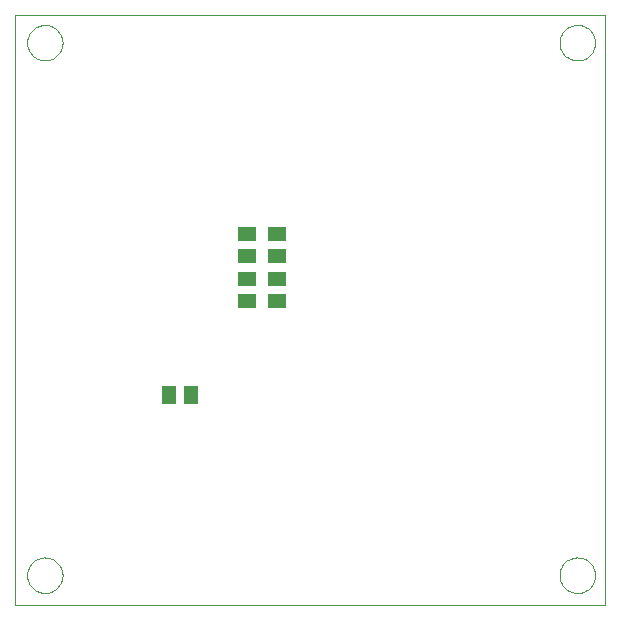
<source format=gbp>
G75*
%MOIN*%
%OFA0B0*%
%FSLAX24Y24*%
%IPPOS*%
%LPD*%
%AMOC8*
5,1,8,0,0,1.08239X$1,22.5*
%
%ADD10C,0.0000*%
%ADD11R,0.0591X0.0512*%
%ADD12R,0.0512X0.0591*%
D10*
X000603Y000100D02*
X000603Y019785D01*
X020288Y019785D01*
X020288Y000100D01*
X000603Y000100D01*
X001012Y001100D02*
X001014Y001148D01*
X001020Y001196D01*
X001030Y001243D01*
X001043Y001289D01*
X001061Y001334D01*
X001081Y001378D01*
X001106Y001420D01*
X001134Y001459D01*
X001164Y001496D01*
X001198Y001530D01*
X001235Y001562D01*
X001273Y001591D01*
X001314Y001616D01*
X001357Y001638D01*
X001402Y001656D01*
X001448Y001670D01*
X001495Y001681D01*
X001543Y001688D01*
X001591Y001691D01*
X001639Y001690D01*
X001687Y001685D01*
X001735Y001676D01*
X001781Y001664D01*
X001826Y001647D01*
X001870Y001627D01*
X001912Y001604D01*
X001952Y001577D01*
X001990Y001547D01*
X002025Y001514D01*
X002057Y001478D01*
X002087Y001440D01*
X002113Y001399D01*
X002135Y001356D01*
X002155Y001312D01*
X002170Y001267D01*
X002182Y001220D01*
X002190Y001172D01*
X002194Y001124D01*
X002194Y001076D01*
X002190Y001028D01*
X002182Y000980D01*
X002170Y000933D01*
X002155Y000888D01*
X002135Y000844D01*
X002113Y000801D01*
X002087Y000760D01*
X002057Y000722D01*
X002025Y000686D01*
X001990Y000653D01*
X001952Y000623D01*
X001912Y000596D01*
X001870Y000573D01*
X001826Y000553D01*
X001781Y000536D01*
X001735Y000524D01*
X001687Y000515D01*
X001639Y000510D01*
X001591Y000509D01*
X001543Y000512D01*
X001495Y000519D01*
X001448Y000530D01*
X001402Y000544D01*
X001357Y000562D01*
X001314Y000584D01*
X001273Y000609D01*
X001235Y000638D01*
X001198Y000670D01*
X001164Y000704D01*
X001134Y000741D01*
X001106Y000780D01*
X001081Y000822D01*
X001061Y000866D01*
X001043Y000911D01*
X001030Y000957D01*
X001020Y001004D01*
X001014Y001052D01*
X001012Y001100D01*
X001012Y018850D02*
X001014Y018898D01*
X001020Y018946D01*
X001030Y018993D01*
X001043Y019039D01*
X001061Y019084D01*
X001081Y019128D01*
X001106Y019170D01*
X001134Y019209D01*
X001164Y019246D01*
X001198Y019280D01*
X001235Y019312D01*
X001273Y019341D01*
X001314Y019366D01*
X001357Y019388D01*
X001402Y019406D01*
X001448Y019420D01*
X001495Y019431D01*
X001543Y019438D01*
X001591Y019441D01*
X001639Y019440D01*
X001687Y019435D01*
X001735Y019426D01*
X001781Y019414D01*
X001826Y019397D01*
X001870Y019377D01*
X001912Y019354D01*
X001952Y019327D01*
X001990Y019297D01*
X002025Y019264D01*
X002057Y019228D01*
X002087Y019190D01*
X002113Y019149D01*
X002135Y019106D01*
X002155Y019062D01*
X002170Y019017D01*
X002182Y018970D01*
X002190Y018922D01*
X002194Y018874D01*
X002194Y018826D01*
X002190Y018778D01*
X002182Y018730D01*
X002170Y018683D01*
X002155Y018638D01*
X002135Y018594D01*
X002113Y018551D01*
X002087Y018510D01*
X002057Y018472D01*
X002025Y018436D01*
X001990Y018403D01*
X001952Y018373D01*
X001912Y018346D01*
X001870Y018323D01*
X001826Y018303D01*
X001781Y018286D01*
X001735Y018274D01*
X001687Y018265D01*
X001639Y018260D01*
X001591Y018259D01*
X001543Y018262D01*
X001495Y018269D01*
X001448Y018280D01*
X001402Y018294D01*
X001357Y018312D01*
X001314Y018334D01*
X001273Y018359D01*
X001235Y018388D01*
X001198Y018420D01*
X001164Y018454D01*
X001134Y018491D01*
X001106Y018530D01*
X001081Y018572D01*
X001061Y018616D01*
X001043Y018661D01*
X001030Y018707D01*
X001020Y018754D01*
X001014Y018802D01*
X001012Y018850D01*
X018762Y018850D02*
X018764Y018898D01*
X018770Y018946D01*
X018780Y018993D01*
X018793Y019039D01*
X018811Y019084D01*
X018831Y019128D01*
X018856Y019170D01*
X018884Y019209D01*
X018914Y019246D01*
X018948Y019280D01*
X018985Y019312D01*
X019023Y019341D01*
X019064Y019366D01*
X019107Y019388D01*
X019152Y019406D01*
X019198Y019420D01*
X019245Y019431D01*
X019293Y019438D01*
X019341Y019441D01*
X019389Y019440D01*
X019437Y019435D01*
X019485Y019426D01*
X019531Y019414D01*
X019576Y019397D01*
X019620Y019377D01*
X019662Y019354D01*
X019702Y019327D01*
X019740Y019297D01*
X019775Y019264D01*
X019807Y019228D01*
X019837Y019190D01*
X019863Y019149D01*
X019885Y019106D01*
X019905Y019062D01*
X019920Y019017D01*
X019932Y018970D01*
X019940Y018922D01*
X019944Y018874D01*
X019944Y018826D01*
X019940Y018778D01*
X019932Y018730D01*
X019920Y018683D01*
X019905Y018638D01*
X019885Y018594D01*
X019863Y018551D01*
X019837Y018510D01*
X019807Y018472D01*
X019775Y018436D01*
X019740Y018403D01*
X019702Y018373D01*
X019662Y018346D01*
X019620Y018323D01*
X019576Y018303D01*
X019531Y018286D01*
X019485Y018274D01*
X019437Y018265D01*
X019389Y018260D01*
X019341Y018259D01*
X019293Y018262D01*
X019245Y018269D01*
X019198Y018280D01*
X019152Y018294D01*
X019107Y018312D01*
X019064Y018334D01*
X019023Y018359D01*
X018985Y018388D01*
X018948Y018420D01*
X018914Y018454D01*
X018884Y018491D01*
X018856Y018530D01*
X018831Y018572D01*
X018811Y018616D01*
X018793Y018661D01*
X018780Y018707D01*
X018770Y018754D01*
X018764Y018802D01*
X018762Y018850D01*
X018762Y001100D02*
X018764Y001148D01*
X018770Y001196D01*
X018780Y001243D01*
X018793Y001289D01*
X018811Y001334D01*
X018831Y001378D01*
X018856Y001420D01*
X018884Y001459D01*
X018914Y001496D01*
X018948Y001530D01*
X018985Y001562D01*
X019023Y001591D01*
X019064Y001616D01*
X019107Y001638D01*
X019152Y001656D01*
X019198Y001670D01*
X019245Y001681D01*
X019293Y001688D01*
X019341Y001691D01*
X019389Y001690D01*
X019437Y001685D01*
X019485Y001676D01*
X019531Y001664D01*
X019576Y001647D01*
X019620Y001627D01*
X019662Y001604D01*
X019702Y001577D01*
X019740Y001547D01*
X019775Y001514D01*
X019807Y001478D01*
X019837Y001440D01*
X019863Y001399D01*
X019885Y001356D01*
X019905Y001312D01*
X019920Y001267D01*
X019932Y001220D01*
X019940Y001172D01*
X019944Y001124D01*
X019944Y001076D01*
X019940Y001028D01*
X019932Y000980D01*
X019920Y000933D01*
X019905Y000888D01*
X019885Y000844D01*
X019863Y000801D01*
X019837Y000760D01*
X019807Y000722D01*
X019775Y000686D01*
X019740Y000653D01*
X019702Y000623D01*
X019662Y000596D01*
X019620Y000573D01*
X019576Y000553D01*
X019531Y000536D01*
X019485Y000524D01*
X019437Y000515D01*
X019389Y000510D01*
X019341Y000509D01*
X019293Y000512D01*
X019245Y000519D01*
X019198Y000530D01*
X019152Y000544D01*
X019107Y000562D01*
X019064Y000584D01*
X019023Y000609D01*
X018985Y000638D01*
X018948Y000670D01*
X018914Y000704D01*
X018884Y000741D01*
X018856Y000780D01*
X018831Y000822D01*
X018811Y000866D01*
X018793Y000911D01*
X018780Y000957D01*
X018770Y001004D01*
X018764Y001052D01*
X018762Y001100D01*
D11*
X009353Y010226D03*
X009353Y010974D03*
X009353Y011726D03*
X009353Y012474D03*
X008353Y012474D03*
X008353Y011726D03*
X008353Y010974D03*
X008353Y010226D03*
D12*
X006477Y007100D03*
X005729Y007100D03*
M02*

</source>
